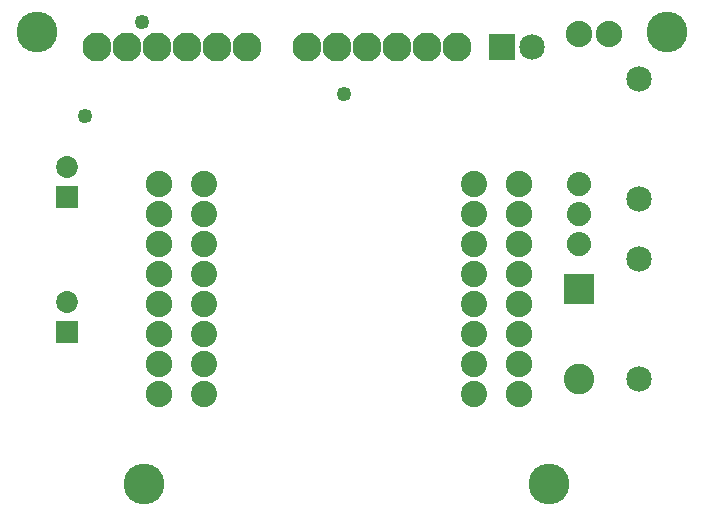
<source format=gbs>
G04 MADE WITH FRITZING*
G04 WWW.FRITZING.ORG*
G04 DOUBLE SIDED*
G04 HOLES PLATED*
G04 CONTOUR ON CENTER OF CONTOUR VECTOR*
%ASAXBY*%
%FSLAX23Y23*%
%MOIN*%
%OFA0B0*%
%SFA1.0B1.0*%
%ADD10C,0.087778*%
%ADD11C,0.102000*%
%ADD12C,0.072992*%
%ADD13C,0.097194*%
%ADD14C,0.085000*%
%ADD15C,0.135984*%
%ADD16C,0.088000*%
%ADD17C,0.049370*%
%ADD18R,0.102000X0.102000*%
%ADD19R,0.072992X0.072992*%
%ADD20R,0.085000X0.085000*%
%ADD21R,0.001000X0.001000*%
%LNMASK0*%
G90*
G70*
G54D10*
X699Y1124D03*
X699Y1024D03*
X699Y924D03*
X699Y824D03*
X699Y724D03*
X699Y624D03*
X699Y524D03*
X699Y424D03*
X1599Y424D03*
X1599Y524D03*
X1599Y624D03*
X1599Y724D03*
X1599Y824D03*
X1599Y924D03*
X1599Y1024D03*
X1599Y1124D03*
G54D11*
X1949Y774D03*
X1949Y474D03*
G54D12*
X242Y1081D03*
X242Y1180D03*
X242Y631D03*
X242Y730D03*
G54D13*
X1042Y1580D03*
X1142Y1580D03*
X1242Y1580D03*
X1342Y1580D03*
X1442Y1580D03*
X1542Y1580D03*
X342Y1580D03*
X442Y1580D03*
X542Y1580D03*
X642Y1580D03*
X742Y1580D03*
X842Y1580D03*
G54D14*
X1692Y1580D03*
X1792Y1580D03*
X2149Y474D03*
X2149Y874D03*
X2149Y1074D03*
X2149Y1474D03*
G54D15*
X2242Y1630D03*
X1849Y124D03*
X499Y124D03*
X142Y1630D03*
G54D16*
X1749Y1124D03*
X1749Y1024D03*
X1749Y924D03*
X1749Y824D03*
X1749Y724D03*
X1749Y624D03*
X1749Y524D03*
X1749Y424D03*
X549Y1124D03*
X549Y1024D03*
X549Y924D03*
X549Y824D03*
X549Y724D03*
X549Y624D03*
X549Y524D03*
X549Y424D03*
X2049Y1624D03*
X1949Y1624D03*
G54D17*
X1164Y1424D03*
X492Y1664D03*
X300Y1352D03*
G54D18*
X1949Y774D03*
G54D19*
X242Y1081D03*
X242Y631D03*
G54D20*
X1692Y1580D03*
G54D21*
X1942Y1164D02*
X1954Y1164D01*
X1938Y1163D02*
X1958Y1163D01*
X1935Y1162D02*
X1961Y1162D01*
X1932Y1161D02*
X1964Y1161D01*
X1930Y1160D02*
X1966Y1160D01*
X1928Y1159D02*
X1968Y1159D01*
X1927Y1158D02*
X1969Y1158D01*
X1925Y1157D02*
X1971Y1157D01*
X1924Y1156D02*
X1972Y1156D01*
X1923Y1155D02*
X1973Y1155D01*
X1921Y1154D02*
X1974Y1154D01*
X1920Y1153D02*
X1976Y1153D01*
X1919Y1152D02*
X1977Y1152D01*
X1919Y1151D02*
X1977Y1151D01*
X1918Y1150D02*
X1978Y1150D01*
X1917Y1149D02*
X1979Y1149D01*
X1916Y1148D02*
X1980Y1148D01*
X1915Y1147D02*
X1981Y1147D01*
X1915Y1146D02*
X1981Y1146D01*
X1914Y1145D02*
X1982Y1145D01*
X1914Y1144D02*
X1982Y1144D01*
X1913Y1143D02*
X1983Y1143D01*
X1913Y1142D02*
X1983Y1142D01*
X1912Y1141D02*
X1984Y1141D01*
X1912Y1140D02*
X1984Y1140D01*
X1911Y1139D02*
X1985Y1139D01*
X1911Y1138D02*
X1985Y1138D01*
X1911Y1137D02*
X1985Y1137D01*
X1910Y1136D02*
X1986Y1136D01*
X1910Y1135D02*
X1986Y1135D01*
X1910Y1134D02*
X1986Y1134D01*
X1909Y1133D02*
X1986Y1133D01*
X1909Y1132D02*
X1987Y1132D01*
X1909Y1131D02*
X1987Y1131D01*
X1909Y1130D02*
X1987Y1130D01*
X1909Y1129D02*
X1987Y1129D01*
X1909Y1128D02*
X1987Y1128D01*
X1909Y1127D02*
X1987Y1127D01*
X1909Y1126D02*
X1987Y1126D01*
X1909Y1125D02*
X1987Y1125D01*
X1909Y1124D02*
X1987Y1124D01*
X1909Y1123D02*
X1987Y1123D01*
X1909Y1122D02*
X1987Y1122D01*
X1909Y1121D02*
X1987Y1121D01*
X1909Y1120D02*
X1987Y1120D01*
X1909Y1119D02*
X1987Y1119D01*
X1909Y1118D02*
X1987Y1118D01*
X1909Y1117D02*
X1987Y1117D01*
X1910Y1116D02*
X1986Y1116D01*
X1910Y1115D02*
X1986Y1115D01*
X1910Y1114D02*
X1986Y1114D01*
X1910Y1113D02*
X1986Y1113D01*
X1911Y1112D02*
X1985Y1112D01*
X1911Y1111D02*
X1985Y1111D01*
X1911Y1110D02*
X1985Y1110D01*
X1912Y1109D02*
X1984Y1109D01*
X1912Y1108D02*
X1984Y1108D01*
X1913Y1107D02*
X1983Y1107D01*
X1913Y1106D02*
X1983Y1106D01*
X1914Y1105D02*
X1982Y1105D01*
X1914Y1104D02*
X1982Y1104D01*
X1915Y1103D02*
X1981Y1103D01*
X1916Y1102D02*
X1980Y1102D01*
X1916Y1101D02*
X1980Y1101D01*
X1917Y1100D02*
X1979Y1100D01*
X1918Y1099D02*
X1978Y1099D01*
X1919Y1098D02*
X1977Y1098D01*
X1920Y1097D02*
X1976Y1097D01*
X1921Y1096D02*
X1975Y1096D01*
X1922Y1095D02*
X1974Y1095D01*
X1923Y1094D02*
X1973Y1094D01*
X1924Y1093D02*
X1972Y1093D01*
X1925Y1092D02*
X1971Y1092D01*
X1927Y1091D02*
X1969Y1091D01*
X1929Y1090D02*
X1967Y1090D01*
X1930Y1089D02*
X1966Y1089D01*
X1932Y1088D02*
X1964Y1088D01*
X1935Y1087D02*
X1961Y1087D01*
X1938Y1086D02*
X1958Y1086D01*
X1943Y1085D02*
X1953Y1085D01*
X1942Y1064D02*
X1954Y1064D01*
X1938Y1063D02*
X1958Y1063D01*
X1934Y1062D02*
X1961Y1062D01*
X1932Y1061D02*
X1964Y1061D01*
X1930Y1060D02*
X1966Y1060D01*
X1928Y1059D02*
X1968Y1059D01*
X1927Y1058D02*
X1969Y1058D01*
X1925Y1057D02*
X1971Y1057D01*
X1924Y1056D02*
X1972Y1056D01*
X1923Y1055D02*
X1973Y1055D01*
X1921Y1054D02*
X1974Y1054D01*
X1920Y1053D02*
X1976Y1053D01*
X1919Y1052D02*
X1977Y1052D01*
X1919Y1051D02*
X1977Y1051D01*
X1918Y1050D02*
X1978Y1050D01*
X1917Y1049D02*
X1979Y1049D01*
X1916Y1048D02*
X1980Y1048D01*
X1915Y1047D02*
X1981Y1047D01*
X1915Y1046D02*
X1981Y1046D01*
X1914Y1045D02*
X1982Y1045D01*
X1914Y1044D02*
X1982Y1044D01*
X1913Y1043D02*
X1983Y1043D01*
X1913Y1042D02*
X1983Y1042D01*
X1912Y1041D02*
X1984Y1041D01*
X1912Y1040D02*
X1984Y1040D01*
X1911Y1039D02*
X1985Y1039D01*
X1911Y1038D02*
X1985Y1038D01*
X1911Y1037D02*
X1985Y1037D01*
X1910Y1036D02*
X1986Y1036D01*
X1910Y1035D02*
X1986Y1035D01*
X1910Y1034D02*
X1986Y1034D01*
X1909Y1033D02*
X1986Y1033D01*
X1909Y1032D02*
X1987Y1032D01*
X1909Y1031D02*
X1987Y1031D01*
X1909Y1030D02*
X1987Y1030D01*
X1909Y1029D02*
X1987Y1029D01*
X1909Y1028D02*
X1987Y1028D01*
X1909Y1027D02*
X1987Y1027D01*
X1909Y1026D02*
X1987Y1026D01*
X1909Y1025D02*
X1987Y1025D01*
X1909Y1024D02*
X1987Y1024D01*
X1909Y1023D02*
X1987Y1023D01*
X1909Y1022D02*
X1987Y1022D01*
X1909Y1021D02*
X1987Y1021D01*
X1909Y1020D02*
X1987Y1020D01*
X1909Y1019D02*
X1987Y1019D01*
X1909Y1018D02*
X1987Y1018D01*
X1909Y1017D02*
X1987Y1017D01*
X1910Y1016D02*
X1986Y1016D01*
X1910Y1015D02*
X1986Y1015D01*
X1910Y1014D02*
X1986Y1014D01*
X1910Y1013D02*
X1986Y1013D01*
X1911Y1012D02*
X1985Y1012D01*
X1911Y1011D02*
X1985Y1011D01*
X1911Y1010D02*
X1985Y1010D01*
X1912Y1009D02*
X1984Y1009D01*
X1912Y1008D02*
X1984Y1008D01*
X1913Y1007D02*
X1983Y1007D01*
X1913Y1006D02*
X1983Y1006D01*
X1914Y1005D02*
X1982Y1005D01*
X1914Y1004D02*
X1982Y1004D01*
X1915Y1003D02*
X1981Y1003D01*
X1916Y1002D02*
X1980Y1002D01*
X1916Y1001D02*
X1980Y1001D01*
X1917Y1000D02*
X1979Y1000D01*
X1918Y999D02*
X1978Y999D01*
X1919Y998D02*
X1977Y998D01*
X1920Y997D02*
X1976Y997D01*
X1921Y996D02*
X1975Y996D01*
X1922Y995D02*
X1974Y995D01*
X1923Y994D02*
X1973Y994D01*
X1924Y993D02*
X1972Y993D01*
X1925Y992D02*
X1970Y992D01*
X1927Y991D02*
X1969Y991D01*
X1929Y990D02*
X1967Y990D01*
X1930Y989D02*
X1966Y989D01*
X1932Y988D02*
X1964Y988D01*
X1935Y987D02*
X1961Y987D01*
X1938Y986D02*
X1958Y986D01*
X1943Y985D02*
X1953Y985D01*
X1942Y964D02*
X1954Y964D01*
X1938Y963D02*
X1958Y963D01*
X1934Y962D02*
X1962Y962D01*
X1932Y961D02*
X1964Y961D01*
X1930Y960D02*
X1966Y960D01*
X1928Y959D02*
X1968Y959D01*
X1927Y958D02*
X1969Y958D01*
X1925Y957D02*
X1971Y957D01*
X1924Y956D02*
X1972Y956D01*
X1923Y955D02*
X1973Y955D01*
X1921Y954D02*
X1975Y954D01*
X1920Y953D02*
X1976Y953D01*
X1919Y952D02*
X1977Y952D01*
X1919Y951D02*
X1977Y951D01*
X1918Y950D02*
X1978Y950D01*
X1917Y949D02*
X1979Y949D01*
X1916Y948D02*
X1980Y948D01*
X1915Y947D02*
X1981Y947D01*
X1915Y946D02*
X1981Y946D01*
X1914Y945D02*
X1982Y945D01*
X1914Y944D02*
X1982Y944D01*
X1913Y943D02*
X1983Y943D01*
X1913Y942D02*
X1983Y942D01*
X1912Y941D02*
X1984Y941D01*
X1912Y940D02*
X1984Y940D01*
X1911Y939D02*
X1985Y939D01*
X1911Y938D02*
X1985Y938D01*
X1910Y937D02*
X1985Y937D01*
X1910Y936D02*
X1986Y936D01*
X1910Y935D02*
X1986Y935D01*
X1910Y934D02*
X1986Y934D01*
X1909Y933D02*
X1986Y933D01*
X1909Y932D02*
X1987Y932D01*
X1909Y931D02*
X1987Y931D01*
X1909Y930D02*
X1987Y930D01*
X1909Y929D02*
X1987Y929D01*
X1909Y928D02*
X1987Y928D01*
X1909Y927D02*
X1987Y927D01*
X1909Y926D02*
X1987Y926D01*
X1909Y925D02*
X1987Y925D01*
X1909Y924D02*
X1987Y924D01*
X1909Y923D02*
X1987Y923D01*
X1909Y922D02*
X1987Y922D01*
X1909Y921D02*
X1987Y921D01*
X1909Y920D02*
X1987Y920D01*
X1909Y919D02*
X1987Y919D01*
X1909Y918D02*
X1987Y918D01*
X1909Y917D02*
X1987Y917D01*
X1910Y916D02*
X1986Y916D01*
X1910Y915D02*
X1986Y915D01*
X1910Y914D02*
X1986Y914D01*
X1910Y913D02*
X1986Y913D01*
X1911Y912D02*
X1985Y912D01*
X1911Y911D02*
X1985Y911D01*
X1911Y910D02*
X1985Y910D01*
X1912Y909D02*
X1984Y909D01*
X1912Y908D02*
X1984Y908D01*
X1913Y907D02*
X1983Y907D01*
X1913Y906D02*
X1983Y906D01*
X1914Y905D02*
X1982Y905D01*
X1914Y904D02*
X1982Y904D01*
X1915Y903D02*
X1981Y903D01*
X1916Y902D02*
X1980Y902D01*
X1916Y901D02*
X1980Y901D01*
X1917Y900D02*
X1979Y900D01*
X1918Y899D02*
X1978Y899D01*
X1919Y898D02*
X1977Y898D01*
X1920Y897D02*
X1976Y897D01*
X1921Y896D02*
X1975Y896D01*
X1922Y895D02*
X1974Y895D01*
X1923Y894D02*
X1973Y894D01*
X1924Y893D02*
X1972Y893D01*
X1925Y892D02*
X1970Y892D01*
X1927Y891D02*
X1969Y891D01*
X1929Y890D02*
X1967Y890D01*
X1930Y889D02*
X1966Y889D01*
X1932Y888D02*
X1964Y888D01*
X1935Y887D02*
X1961Y887D01*
X1938Y886D02*
X1958Y886D01*
X1944Y885D02*
X1952Y885D01*
D02*
G04 End of Mask0*
M02*
</source>
